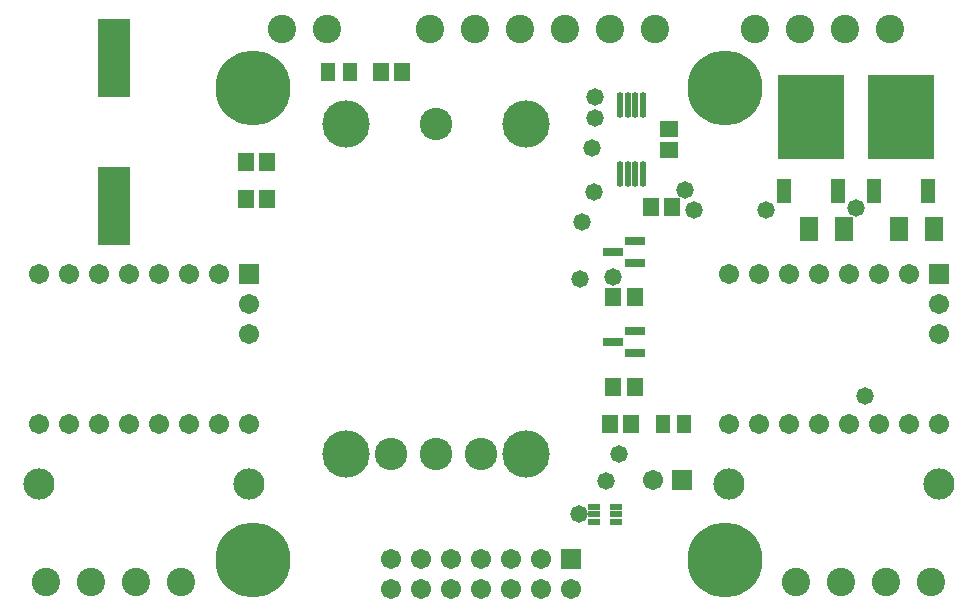
<source format=gts>
%FSLAX24Y24*%
%MOIN*%
G70*
G01*
G75*
G04 Layer_Color=8388736*
%ADD10O,0.0138X0.0787*%
%ADD11R,0.0512X0.0709*%
%ADD12R,0.0335X0.0157*%
%ADD13R,0.0472X0.0551*%
%ADD14R,0.0591X0.0236*%
%ADD15R,0.0551X0.0472*%
%ADD16R,0.0374X0.0748*%
%ADD17R,0.2165X0.2717*%
%ADD18R,0.0984X0.2559*%
%ADD19R,0.0394X0.0551*%
%ADD20C,0.0120*%
%ADD21C,0.0250*%
%ADD22C,0.0500*%
%ADD23C,0.0080*%
%ADD24C,0.1000*%
%ADD25R,0.0591X0.0591*%
%ADD26C,0.0591*%
%ADD27C,0.0866*%
%ADD28C,0.2500*%
%ADD29C,0.1500*%
%ADD30C,0.1000*%
%ADD31R,0.0591X0.0591*%
%ADD32C,0.0500*%
%ADD33C,0.0236*%
%ADD34C,0.0098*%
%ADD35C,0.0079*%
%ADD36C,0.0100*%
%ADD37C,0.0197*%
%ADD38C,0.0150*%
%ADD39C,0.0200*%
%ADD40O,0.0218X0.0867*%
%ADD41R,0.0592X0.0789*%
%ADD42R,0.0415X0.0237*%
%ADD43R,0.0552X0.0631*%
%ADD44R,0.0671X0.0316*%
%ADD45R,0.0631X0.0552*%
%ADD46R,0.0454X0.0828*%
%ADD47R,0.2245X0.2797*%
%ADD48R,0.1064X0.2639*%
%ADD49R,0.0474X0.0631*%
%ADD50R,0.0671X0.0671*%
%ADD51C,0.0671*%
%ADD52C,0.0946*%
%ADD53C,0.1580*%
%ADD54C,0.1080*%
%ADD55C,0.1040*%
%ADD56R,0.0671X0.0671*%
%ADD57C,0.0580*%
D28*
X7874Y1969D02*
D03*
X23622D02*
D03*
X7874Y17717D02*
D03*
X23622D02*
D03*
D40*
X20116Y14858D02*
D03*
X20372D02*
D03*
X20628D02*
D03*
X20884D02*
D03*
X20116Y17142D02*
D03*
X20372D02*
D03*
X20628D02*
D03*
X20884D02*
D03*
D41*
X29429Y13000D02*
D03*
X30571D02*
D03*
X26429D02*
D03*
X27571D02*
D03*
D42*
X19250Y3750D02*
D03*
Y3494D02*
D03*
Y3238D02*
D03*
X19978D02*
D03*
Y3494D02*
D03*
Y3750D02*
D03*
D43*
X20500Y6500D02*
D03*
X19791D02*
D03*
X20604Y7750D02*
D03*
X19896D02*
D03*
X20604Y10750D02*
D03*
X19896D02*
D03*
X21146Y13750D02*
D03*
X21854D02*
D03*
X12854Y18250D02*
D03*
X12146D02*
D03*
X8354Y15250D02*
D03*
X7646D02*
D03*
X7646Y14000D02*
D03*
X8354D02*
D03*
D44*
X20624Y11876D02*
D03*
Y12624D02*
D03*
X19876Y12250D02*
D03*
X20624Y8876D02*
D03*
Y9624D02*
D03*
X19876Y9250D02*
D03*
D45*
X21750Y16354D02*
D03*
Y15646D02*
D03*
D46*
X25602Y14287D02*
D03*
X27398D02*
D03*
X28602D02*
D03*
X30398D02*
D03*
D47*
X26500Y16728D02*
D03*
X29500D02*
D03*
D48*
X3250Y18711D02*
D03*
Y13789D02*
D03*
D49*
X10396Y18250D02*
D03*
X11104D02*
D03*
X22250Y6500D02*
D03*
X21541D02*
D03*
D50*
X22200Y4650D02*
D03*
X18500Y2000D02*
D03*
D51*
X21216Y4650D02*
D03*
X18500Y1000D02*
D03*
X17500Y2000D02*
D03*
Y1000D02*
D03*
X16500Y2000D02*
D03*
Y1000D02*
D03*
X15500Y2000D02*
D03*
Y1000D02*
D03*
X14500Y2000D02*
D03*
Y1000D02*
D03*
X13500Y2000D02*
D03*
Y1000D02*
D03*
X12500Y2000D02*
D03*
Y1000D02*
D03*
X6750Y11500D02*
D03*
X5750D02*
D03*
X4750D02*
D03*
X3750D02*
D03*
X2750D02*
D03*
X1750D02*
D03*
X750D02*
D03*
X7750Y6500D02*
D03*
X6750D02*
D03*
X5750D02*
D03*
X4750D02*
D03*
X3750D02*
D03*
X2750D02*
D03*
X1750D02*
D03*
X750D02*
D03*
X7750Y10500D02*
D03*
Y9500D02*
D03*
X29750Y11500D02*
D03*
X28750D02*
D03*
X27750D02*
D03*
X26750D02*
D03*
X25750D02*
D03*
X24750D02*
D03*
X23750D02*
D03*
X30750Y6500D02*
D03*
X29750D02*
D03*
X28750D02*
D03*
X27750D02*
D03*
X26750D02*
D03*
X25750D02*
D03*
X24750D02*
D03*
X23750D02*
D03*
X30750Y10500D02*
D03*
Y9500D02*
D03*
D52*
X5500Y1250D02*
D03*
X4000D02*
D03*
X2500D02*
D03*
X1000D02*
D03*
X30500D02*
D03*
X29000D02*
D03*
X27500D02*
D03*
X26000D02*
D03*
X8858Y19677D02*
D03*
X10358D02*
D03*
X18280D02*
D03*
X16780D02*
D03*
X15280D02*
D03*
X13780D02*
D03*
X19780D02*
D03*
X21280D02*
D03*
X24606D02*
D03*
X26106D02*
D03*
X27606D02*
D03*
X29106D02*
D03*
D53*
X17000Y16500D02*
D03*
X11000D02*
D03*
Y5500D02*
D03*
X17000D02*
D03*
D54*
X14000Y16500D02*
D03*
X12500Y5500D02*
D03*
X14000D02*
D03*
X15500D02*
D03*
D55*
X7750Y4500D02*
D03*
X30750D02*
D03*
X750D02*
D03*
X23750D02*
D03*
D56*
X7750Y11500D02*
D03*
X30750D02*
D03*
D57*
X28000Y13700D02*
D03*
X25000Y13650D02*
D03*
X18850Y13250D02*
D03*
X19250Y14250D02*
D03*
X19200Y15700D02*
D03*
X19300Y17400D02*
D03*
Y16700D02*
D03*
X18750Y3500D02*
D03*
X19650Y4600D02*
D03*
X20100Y5500D02*
D03*
X28300Y7450D02*
D03*
X19900Y11400D02*
D03*
X18800Y11350D02*
D03*
X22600Y13650D02*
D03*
X22300Y14300D02*
D03*
M02*

</source>
